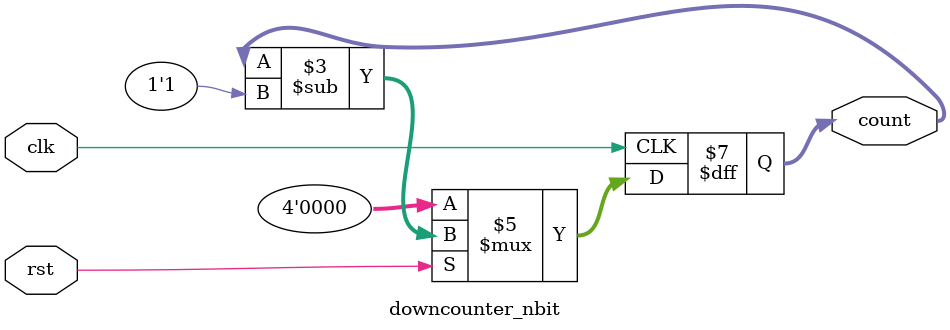
<source format=v>
module downcounter_nbit #(parameter n=4)
(	input clk,rst,
	output reg [n-1:0]count);

always @(posedge clk)
begin
	if(!rst)
		count <= {n{1'b0}};
	else 
		count <= count - 1'b1;
end

endmodule 
</source>
